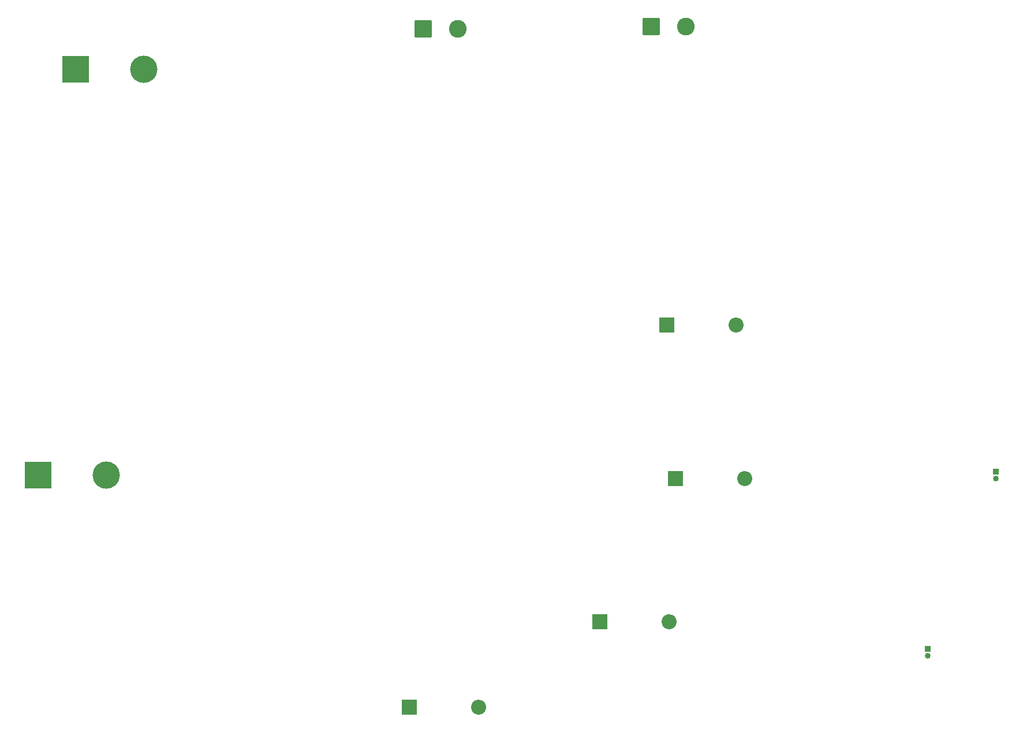
<source format=gbr>
%TF.GenerationSoftware,KiCad,Pcbnew,9.0.0*%
%TF.CreationDate,2025-07-01T12:07:16+05:30*%
%TF.ProjectId,dual dc,6475616c-2064-4632-9e6b-696361645f70,rev?*%
%TF.SameCoordinates,Original*%
%TF.FileFunction,Soldermask,Top*%
%TF.FilePolarity,Negative*%
%FSLAX46Y46*%
G04 Gerber Fmt 4.6, Leading zero omitted, Abs format (unit mm)*
G04 Created by KiCad (PCBNEW 9.0.0) date 2025-07-01 12:07:16*
%MOMM*%
%LPD*%
G01*
G04 APERTURE LIST*
G04 Aperture macros list*
%AMRoundRect*
0 Rectangle with rounded corners*
0 $1 Rounding radius*
0 $2 $3 $4 $5 $6 $7 $8 $9 X,Y pos of 4 corners*
0 Add a 4 corners polygon primitive as box body*
4,1,4,$2,$3,$4,$5,$6,$7,$8,$9,$2,$3,0*
0 Add four circle primitives for the rounded corners*
1,1,$1+$1,$2,$3*
1,1,$1+$1,$4,$5*
1,1,$1+$1,$6,$7*
1,1,$1+$1,$8,$9*
0 Add four rect primitives between the rounded corners*
20,1,$1+$1,$2,$3,$4,$5,0*
20,1,$1+$1,$4,$5,$6,$7,0*
20,1,$1+$1,$6,$7,$8,$9,0*
20,1,$1+$1,$8,$9,$2,$3,0*%
G04 Aperture macros list end*
%ADD10R,0.850000X0.850000*%
%ADD11O,0.850000X0.850000*%
%ADD12RoundRect,0.250000X-1.050000X-1.050000X1.050000X-1.050000X1.050000X1.050000X-1.050000X1.050000X0*%
%ADD13C,2.600000*%
%ADD14R,4.000000X4.000000*%
%ADD15C,4.000000*%
%ADD16R,2.200000X2.200000*%
%ADD17O,2.200000X2.200000*%
G04 APERTURE END LIST*
D10*
%TO.C,J2*%
X192000000Y-134000000D03*
D11*
X192000000Y-135000000D03*
%TD*%
D12*
%TO.C,M3*%
X118000000Y-43000000D03*
D13*
X123080000Y-43000000D03*
%TD*%
D12*
%TO.C,M4*%
X151455000Y-42672500D03*
D13*
X156535000Y-42672500D03*
%TD*%
D14*
%TO.C,C1*%
X61500000Y-108500000D03*
D15*
X71500000Y-108500000D03*
%TD*%
D16*
%TO.C,D4*%
X115920000Y-142500000D03*
D17*
X126080000Y-142500000D03*
%TD*%
D14*
%TO.C,J1*%
X67000000Y-49000000D03*
D15*
X77000000Y-49000000D03*
%TD*%
D16*
%TO.C,D1*%
X153741700Y-86500000D03*
D17*
X163901700Y-86500000D03*
%TD*%
D16*
%TO.C,D3*%
X143920000Y-130000000D03*
D17*
X154080000Y-130000000D03*
%TD*%
D16*
%TO.C,D2*%
X155000000Y-109000000D03*
D17*
X165160000Y-109000000D03*
%TD*%
D10*
%TO.C,J4*%
X202000000Y-108000000D03*
D11*
X202000000Y-109000000D03*
%TD*%
M02*

</source>
